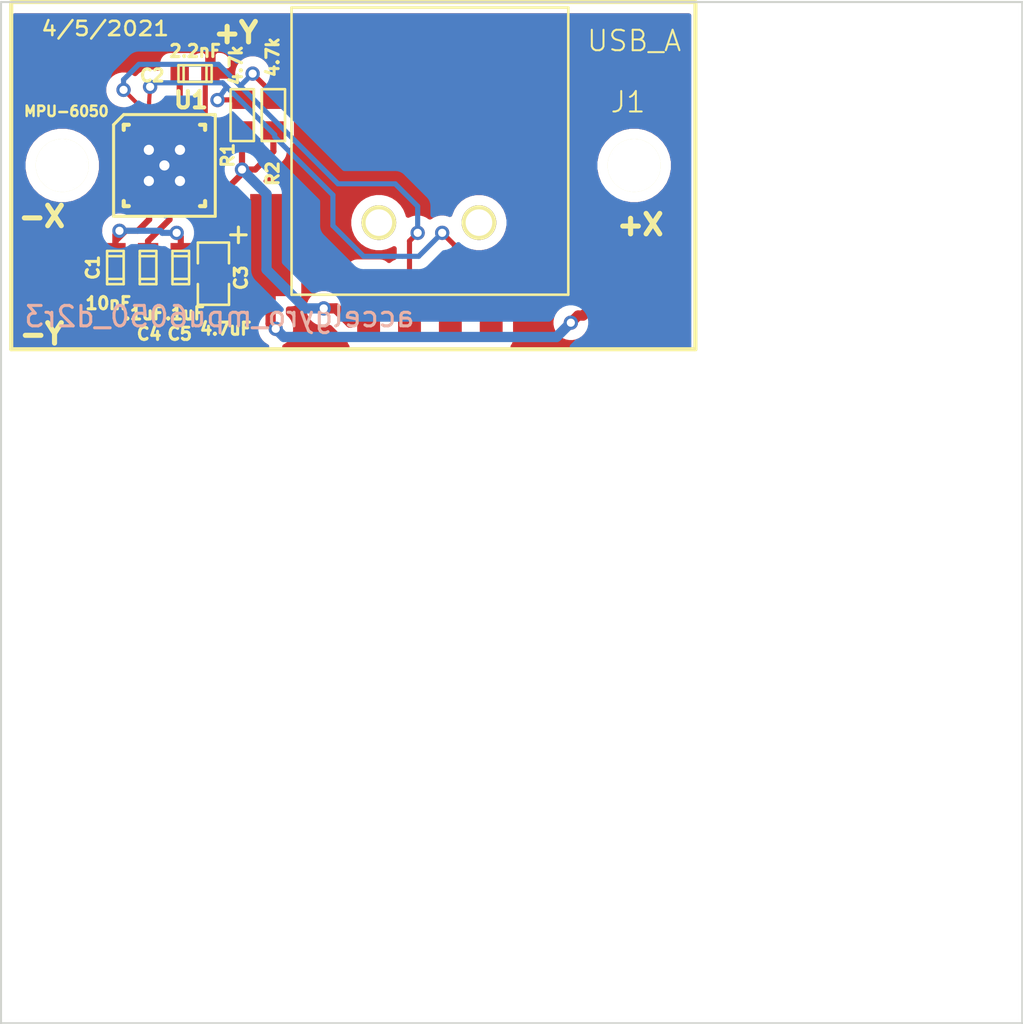
<source format=kicad_pcb>
(kicad_pcb (version 20171130) (host pcbnew 5.1.9-73d0e3b20d~88~ubuntu18.04.1)

  (general
    (thickness 1.6)
    (drawings 14)
    (tracks 123)
    (zones 0)
    (modules 11)
    (nets 8)
  )

  (page A)
  (layers
    (0 F.Cu signal)
    (31 B.Cu signal)
    (32 B.Adhes user)
    (33 F.Adhes user)
    (34 B.Paste user)
    (35 F.Paste user)
    (36 B.SilkS user)
    (37 F.SilkS user)
    (38 B.Mask user)
    (39 F.Mask user)
    (40 Dwgs.User user)
    (41 Cmts.User user)
    (42 Eco1.User user)
    (43 Eco2.User user)
    (44 Edge.Cuts user)
  )

  (setup
    (last_trace_width 0.5)
    (user_trace_width 0.1)
    (user_trace_width 0.15)
    (user_trace_width 0.2)
    (user_trace_width 0.25)
    (user_trace_width 0.3)
    (user_trace_width 0.35)
    (user_trace_width 0.4)
    (user_trace_width 0.5)
    (user_trace_width 0.6)
    (user_trace_width 0.7)
    (user_trace_width 0.8)
    (user_trace_width 1)
    (trace_clearance 0.05)
    (zone_clearance 0.5)
    (zone_45_only no)
    (trace_min 0.1)
    (via_size 0.7)
    (via_drill 0.4)
    (via_min_size 0.7)
    (via_min_drill 0.4)
    (uvia_size 0.4)
    (uvia_drill 0.127)
    (uvias_allowed no)
    (uvia_min_size 0.4)
    (uvia_min_drill 0.127)
    (edge_width 0.1)
    (segment_width 0.2)
    (pcb_text_width 0.3)
    (pcb_text_size 1.5 1.5)
    (mod_edge_width 0.15)
    (mod_text_size 1 1)
    (mod_text_width 0.15)
    (pad_size 0.6 0.6)
    (pad_drill 0.3)
    (pad_to_mask_clearance 0)
    (aux_axis_origin 0 0)
    (visible_elements 7FFFFFFF)
    (pcbplotparams
      (layerselection 0x010fc_ffffffff)
      (usegerberextensions true)
      (usegerberattributes false)
      (usegerberadvancedattributes false)
      (creategerberjobfile false)
      (excludeedgelayer true)
      (linewidth 0.150000)
      (plotframeref false)
      (viasonmask false)
      (mode 1)
      (useauxorigin false)
      (hpglpennumber 1)
      (hpglpenspeed 20)
      (hpglpendiameter 15.000000)
      (psnegative false)
      (psa4output false)
      (plotreference true)
      (plotvalue true)
      (plotinvisibletext false)
      (padsonsilk false)
      (subtractmaskfromsilk false)
      (outputformat 1)
      (mirror false)
      (drillshape 0)
      (scaleselection 1)
      (outputdirectory "PCB/"))
  )

  (net 0 "")
  (net 1 GND)
  (net 2 SCL)
  (net 3 SDA)
  (net 4 Vdd)
  (net 5 "Net-(C2-Pad1)")
  (net 6 "Net-(C4-Pad1)")
  (net 7 "Net-(J1-Pad5)")

  (net_class Default "This is the default net class."
    (clearance 0.05)
    (trace_width 0.5)
    (via_dia 0.7)
    (via_drill 0.4)
    (uvia_dia 0.4)
    (uvia_drill 0.127)
    (add_net GND)
    (add_net "Net-(C2-Pad1)")
    (add_net "Net-(C4-Pad1)")
    (add_net "Net-(J1-Pad5)")
    (add_net SCL)
    (add_net SDA)
    (add_net Vdd)
  )

  (module ted_holes:TED_Hole_2_6mm (layer F.Cu) (tedit 0) (tstamp 539CCC63)
    (at 138 100)
    (path /5365C78C)
    (fp_text reference H1 (at -0.05 -2.425) (layer F.SilkS) hide
      (effects (font (size 1 1) (thickness 0.15)))
    )
    (fp_text value HOLE (at 0.25 2.6) (layer F.SilkS) hide
      (effects (font (size 1 1) (thickness 0.15)))
    )
    (pad "" np_thru_hole circle (at 0 0) (size 2.6 2.6) (drill 2.6) (layers *.Cu *.Mask F.SilkS))
  )

  (module ted_holes:TED_Hole_2_6mm (layer F.Cu) (tedit 0) (tstamp 539CBF88)
    (at 166 100)
    (path /539CBE67)
    (fp_text reference H2 (at -0.05 -2.425) (layer F.SilkS) hide
      (effects (font (size 1 1) (thickness 0.15)))
    )
    (fp_text value HOLE (at 0.25 2.6) (layer F.SilkS) hide
      (effects (font (size 1 1) (thickness 0.15)))
    )
    (pad "" np_thru_hole circle (at 0 0) (size 2.6 2.6) (drill 2.6) (layers *.Cu *.Mask F.SilkS))
  )

  (module ted_capacitors:TED_SM0603_C (layer F.Cu) (tedit 5BF5AC07) (tstamp 566C9EAA)
    (at 140.6 105 270)
    (descr "SMT capacitor, 0603")
    (path /52959381)
    (fp_text reference C1 (at 0 1.1 270) (layer F.SilkS)
      (effects (font (size 0.6 0.6) (thickness 0.15)))
    )
    (fp_text value 10nF (at 1.75 0.35) (layer F.SilkS)
      (effects (font (size 0.6 0.6) (thickness 0.15)))
    )
    (fp_line (start -0.8128 0.4064) (end -0.8128 -0.4064) (layer F.SilkS) (width 0.127))
    (fp_line (start 0.8128 0.4064) (end -0.8128 0.4064) (layer F.SilkS) (width 0.127))
    (fp_line (start 0.8128 -0.4064) (end 0.8128 0.4064) (layer F.SilkS) (width 0.127))
    (fp_line (start -0.8128 -0.4064) (end 0.8128 -0.4064) (layer F.SilkS) (width 0.127))
    (fp_line (start -0.5588 -0.381) (end -0.5588 0.4064) (layer F.SilkS) (width 0.127))
    (fp_line (start 0.5588 0.4064) (end 0.5588 -0.4064) (layer F.SilkS) (width 0.127))
    (pad 2 smd rect (at 0.75184 0 270) (size 0.89916 1.00076) (layers F.Cu F.Paste F.Mask)
      (net 1 GND) (clearance 0.1))
    (pad 1 smd rect (at -0.75184 0 270) (size 0.89916 1.00076) (layers F.Cu F.Paste F.Mask)
      (net 4 Vdd) (clearance 0.1))
    (model smd/capacitors/c_0603.wrl
      (at (xyz 0 0 0))
      (scale (xyz 1 1 1))
      (rotate (xyz 0 0 0))
    )
  )

  (module ted_capacitors:TED_SM0603_C (layer F.Cu) (tedit 5BF5AA08) (tstamp 566C9EB5)
    (at 144.5 95.5)
    (descr "SMT capacitor, 0603")
    (path /57C66146)
    (fp_text reference C2 (at -2.1 0.1) (layer F.SilkS)
      (effects (font (size 0.6 0.6) (thickness 0.15)))
    )
    (fp_text value 2.2nF (at 0 -1.1 180) (layer F.SilkS)
      (effects (font (size 0.6 0.6) (thickness 0.15)))
    )
    (fp_line (start -0.8128 0.4064) (end -0.8128 -0.4064) (layer F.SilkS) (width 0.127))
    (fp_line (start 0.8128 0.4064) (end -0.8128 0.4064) (layer F.SilkS) (width 0.127))
    (fp_line (start 0.8128 -0.4064) (end 0.8128 0.4064) (layer F.SilkS) (width 0.127))
    (fp_line (start -0.8128 -0.4064) (end 0.8128 -0.4064) (layer F.SilkS) (width 0.127))
    (fp_line (start -0.5588 -0.381) (end -0.5588 0.4064) (layer F.SilkS) (width 0.127))
    (fp_line (start 0.5588 0.4064) (end 0.5588 -0.4064) (layer F.SilkS) (width 0.127))
    (pad 2 smd rect (at 0.75184 0) (size 0.89916 1.00076) (layers F.Cu F.Paste F.Mask)
      (net 1 GND) (clearance 0.1))
    (pad 1 smd rect (at -0.75184 0) (size 0.89916 1.00076) (layers F.Cu F.Paste F.Mask)
      (net 5 "Net-(C2-Pad1)") (clearance 0.1))
    (model smd/capacitors/c_0603.wrl
      (at (xyz 0 0 0))
      (scale (xyz 1 1 1))
      (rotate (xyz 0 0 0))
    )
  )

  (module ted_capacitors:TED_SM0603_C (layer F.Cu) (tedit 5BF5AC1D) (tstamp 566C9EC0)
    (at 142.2 105 270)
    (descr "SMT capacitor, 0603")
    (path /52A5541B)
    (fp_text reference C4 (at 3.25 -0.05) (layer F.SilkS)
      (effects (font (size 0.6 0.6) (thickness 0.15)))
    )
    (fp_text value .1uF (at 2.25 0.2) (layer F.SilkS)
      (effects (font (size 0.6 0.6) (thickness 0.15)))
    )
    (fp_line (start -0.8128 0.4064) (end -0.8128 -0.4064) (layer F.SilkS) (width 0.127))
    (fp_line (start 0.8128 0.4064) (end -0.8128 0.4064) (layer F.SilkS) (width 0.127))
    (fp_line (start 0.8128 -0.4064) (end 0.8128 0.4064) (layer F.SilkS) (width 0.127))
    (fp_line (start -0.8128 -0.4064) (end 0.8128 -0.4064) (layer F.SilkS) (width 0.127))
    (fp_line (start -0.5588 -0.381) (end -0.5588 0.4064) (layer F.SilkS) (width 0.127))
    (fp_line (start 0.5588 0.4064) (end 0.5588 -0.4064) (layer F.SilkS) (width 0.127))
    (pad 2 smd rect (at 0.75184 0 270) (size 0.89916 1.00076) (layers F.Cu F.Paste F.Mask)
      (net 1 GND) (clearance 0.1))
    (pad 1 smd rect (at -0.75184 0 270) (size 0.89916 1.00076) (layers F.Cu F.Paste F.Mask)
      (net 6 "Net-(C4-Pad1)") (clearance 0.1))
    (model smd/capacitors/c_0603.wrl
      (at (xyz 0 0 0))
      (scale (xyz 1 1 1))
      (rotate (xyz 0 0 0))
    )
  )

  (module ted_capacitors:TED_SM0603_C (layer F.Cu) (tedit 5BF5AC1A) (tstamp 57C79B6F)
    (at 143.8 105 270)
    (descr "SMT capacitor, 0603")
    (path /57C65F54)
    (fp_text reference C5 (at 3.25 0.05) (layer F.SilkS)
      (effects (font (size 0.6 0.6) (thickness 0.15)))
    )
    (fp_text value .1uF (at 2.25 -0.2) (layer F.SilkS)
      (effects (font (size 0.6 0.6) (thickness 0.15)))
    )
    (fp_line (start -0.8128 0.4064) (end -0.8128 -0.4064) (layer F.SilkS) (width 0.127))
    (fp_line (start 0.8128 0.4064) (end -0.8128 0.4064) (layer F.SilkS) (width 0.127))
    (fp_line (start 0.8128 -0.4064) (end 0.8128 0.4064) (layer F.SilkS) (width 0.127))
    (fp_line (start -0.8128 -0.4064) (end 0.8128 -0.4064) (layer F.SilkS) (width 0.127))
    (fp_line (start -0.5588 -0.381) (end -0.5588 0.4064) (layer F.SilkS) (width 0.127))
    (fp_line (start 0.5588 0.4064) (end 0.5588 -0.4064) (layer F.SilkS) (width 0.127))
    (pad 2 smd rect (at 0.75184 0 270) (size 0.89916 1.00076) (layers F.Cu F.Paste F.Mask)
      (net 1 GND) (clearance 0.1))
    (pad 1 smd rect (at -0.75184 0 270) (size 0.89916 1.00076) (layers F.Cu F.Paste F.Mask)
      (net 4 Vdd) (clearance 0.1))
    (model smd/capacitors/c_0603.wrl
      (at (xyz 0 0 0))
      (scale (xyz 1 1 1))
      (rotate (xyz 0 0 0))
    )
  )

  (module ted_ICs:TED_QFN24+1_NO_PASTE (layer F.Cu) (tedit 5BF5AA04) (tstamp 57C79B70)
    (at 143 100)
    (path /57C65137)
    (fp_text reference U1 (at 1.3 -3.2) (layer F.SilkS)
      (effects (font (size 0.8 0.8) (thickness 0.2)))
    )
    (fp_text value MPU-6050 (at -4.8 -2.65) (layer F.SilkS)
      (effects (font (size 0.5 0.5) (thickness 0.125)))
    )
    (fp_line (start 2.4892 -2.4892) (end 2.4892 2.4892) (layer F.SilkS) (width 0.14986))
    (fp_line (start 2.4892 2.4892) (end -2.4892 2.4892) (layer F.SilkS) (width 0.14986))
    (fp_line (start 1.99136 -1.99136) (end 1.99136 -1.74244) (layer F.SilkS) (width 0.20066))
    (fp_line (start 1.74244 -1.99136) (end 1.99136 -1.99136) (layer F.SilkS) (width 0.20066))
    (fp_line (start 1.99136 1.99136) (end 1.74244 1.99136) (layer F.SilkS) (width 0.20066))
    (fp_line (start 1.99136 1.74244) (end 1.99136 1.99136) (layer F.SilkS) (width 0.20066))
    (fp_line (start -1.99136 1.99136) (end -1.99136 1.74244) (layer F.SilkS) (width 0.20066))
    (fp_line (start -1.74244 1.99136) (end -1.99136 1.99136) (layer F.SilkS) (width 0.20066))
    (fp_line (start -1.99136 -1.99136) (end -1.74244 -1.99136) (layer F.SilkS) (width 0.20066))
    (fp_line (start -1.99136 -1.74244) (end -1.99136 -1.99136) (layer F.SilkS) (width 0.20066))
    (fp_line (start -2.4892 -1.99136) (end -1.99136 -2.4892) (layer F.SilkS) (width 0.14986))
    (fp_line (start -2.4892 -1.99136) (end -2.4892 2.4892) (layer F.SilkS) (width 0.14986))
    (fp_line (start -1.99136 -2.4892) (end 2.4892 -2.4892) (layer F.SilkS) (width 0.14986))
    (pad 25 smd rect (at 0 0 270) (size 2.49936 2.49936) (layers F.Cu F.Mask)
      (net 1 GND) (zone_connect 2))
    (pad 1 smd oval (at -1.99898 -1.24968) (size 0.8001 0.24892) (layers F.Cu F.Paste F.Mask)
      (net 1 GND))
    (pad 2 smd oval (at -1.99898 -0.7493) (size 0.8001 0.24892) (layers F.Cu F.Paste F.Mask))
    (pad 3 smd oval (at -1.99898 -0.24892) (size 0.8001 0.24892) (layers F.Cu F.Paste F.Mask))
    (pad 4 smd oval (at -1.99898 0.24892) (size 0.8001 0.24892) (layers F.Cu F.Paste F.Mask))
    (pad 5 smd oval (at -1.99898 0.7493) (size 0.8001 0.24892) (layers F.Cu F.Paste F.Mask))
    (pad 6 smd oval (at -1.99898 1.24968) (size 0.8001 0.24892) (layers F.Cu F.Paste F.Mask))
    (pad 7 smd oval (at -1.24968 1.99898 90) (size 0.8001 0.24892) (layers F.Cu F.Paste F.Mask))
    (pad 8 smd oval (at -0.7493 1.99898 90) (size 0.8001 0.24892) (layers F.Cu F.Paste F.Mask)
      (net 4 Vdd))
    (pad 9 smd oval (at -0.24892 1.99898 90) (size 0.8001 0.24892) (layers F.Cu F.Paste F.Mask)
      (net 1 GND))
    (pad 10 smd oval (at 0.24892 1.99898 90) (size 0.8001 0.24892) (layers F.Cu F.Paste F.Mask)
      (net 6 "Net-(C4-Pad1)"))
    (pad 11 smd oval (at 0.7493 1.99898 90) (size 0.8001 0.24892) (layers F.Cu F.Paste F.Mask)
      (net 1 GND))
    (pad 12 smd oval (at 1.24968 1.99898 90) (size 0.8001 0.24892) (layers F.Cu F.Paste F.Mask))
    (pad 13 smd oval (at 1.99898 1.24968 180) (size 0.8001 0.24892) (layers F.Cu F.Paste F.Mask)
      (net 4 Vdd))
    (pad 14 smd oval (at 1.99898 0.7493 180) (size 0.8001 0.24892) (layers F.Cu F.Paste F.Mask))
    (pad 15 smd oval (at 1.99898 0.24892 180) (size 0.8001 0.24892) (layers F.Cu F.Paste F.Mask))
    (pad 16 smd oval (at 1.99898 -0.24892 180) (size 0.8001 0.24892) (layers F.Cu F.Paste F.Mask))
    (pad 17 smd oval (at 1.99898 -0.7493 180) (size 0.8001 0.24892) (layers F.Cu F.Paste F.Mask))
    (pad 18 smd oval (at 1.99898 -1.24968 180) (size 0.8001 0.24892) (layers F.Cu F.Paste F.Mask)
      (net 1 GND))
    (pad 19 smd oval (at 1.24968 -1.99898 270) (size 0.8001 0.24892) (layers F.Cu F.Paste F.Mask))
    (pad 20 smd oval (at 0.7493 -1.99898 270) (size 0.8001 0.24892) (layers F.Cu F.Paste F.Mask)
      (net 5 "Net-(C2-Pad1)"))
    (pad 21 smd oval (at 0.24892 -1.99898 270) (size 0.8001 0.24892) (layers F.Cu F.Paste F.Mask))
    (pad 22 smd oval (at -0.24892 -1.99898 270) (size 0.8001 0.24892) (layers F.Cu F.Paste F.Mask))
    (pad 23 smd oval (at -0.7493 -1.99898 270) (size 0.8001 0.24892) (layers F.Cu F.Paste F.Mask)
      (net 2 SCL))
    (pad 24 smd oval (at -1.24968 -1.99898 270) (size 0.8001 0.24892) (layers F.Cu F.Paste F.Mask)
      (net 3 SDA))
    (pad 25 thru_hole circle (at 0 0 270) (size 0.6 0.6) (drill 0.5) (layers *.Cu)
      (net 1 GND) (zone_connect 2))
    (pad 25 thru_hole circle (at 0.762 -0.762 270) (size 0.6 0.6) (drill 0.5) (layers *.Cu)
      (net 1 GND) (zone_connect 2))
    (pad 25 thru_hole circle (at -0.762 -0.762 270) (size 0.6 0.6) (drill 0.5) (layers *.Cu)
      (net 1 GND) (zone_connect 2))
    (pad 25 thru_hole circle (at 0.762 0.762 270) (size 0.6 0.6) (drill 0.5) (layers *.Cu)
      (net 1 GND) (zone_connect 2))
    (pad 25 thru_hole circle (at -0.762 0.762 270) (size 0.6 0.6) (drill 0.5) (layers *.Cu)
      (net 1 GND) (zone_connect 2))
    (pad 25 smd rect (at 0 0 270) (size 2.49936 2.49936) (layers B.Cu B.Mask)
      (net 1 GND) (zone_connect 2))
    (model smd/qfn24.wrl
      (at (xyz 0 0 0))
      (scale (xyz 1 1 1))
      (rotate (xyz 0 0 0))
    )
  )

  (module ted_capacitors:TED_SM2012_0805_ELEC_C (layer F.Cu) (tedit 5BF5ABDC) (tstamp 593DCF3E)
    (at 145.4 105.3 270)
    (path /54A72EF7)
    (attr smd)
    (fp_text reference C3 (at 0.2 -1.35 270) (layer F.SilkS)
      (effects (font (size 0.6 0.6) (thickness 0.15)))
    )
    (fp_text value 4.7uF (at 2.7 -0.6 180) (layer F.SilkS)
      (effects (font (size 0.6 0.6) (thickness 0.15)))
    )
    (fp_line (start 1.524 0.762) (end 0.508 0.762) (layer F.SilkS) (width 0.127))
    (fp_line (start 1.524 -0.762) (end 1.524 0.762) (layer F.SilkS) (width 0.127))
    (fp_line (start 0.508 -0.762) (end 1.524 -0.762) (layer F.SilkS) (width 0.127))
    (fp_line (start -1.524 -0.762) (end -0.508 -0.762) (layer F.SilkS) (width 0.127))
    (fp_line (start -1.524 0.762) (end -1.524 -0.762) (layer F.SilkS) (width 0.127))
    (fp_line (start -0.508 0.762) (end -1.524 0.762) (layer F.SilkS) (width 0.127))
    (fp_text user + (at -1.9 -1.15 270) (layer F.SilkS)
      (effects (font (size 1 1) (thickness 0.15)))
    )
    (pad 1 smd rect (at -0.9525 0 270) (size 0.889 1.397) (layers F.Cu F.Paste F.Mask)
      (net 4 Vdd))
    (pad 2 smd rect (at 0.9525 0 270) (size 0.889 1.397) (layers F.Cu F.Paste F.Mask)
      (net 1 GND))
    (model smd/chip_cms.wrl
      (at (xyz 0 0 0))
      (scale (xyz 0.1 0.1 0.1))
      (rotate (xyz 0 0 0))
    )
  )

  (module ted_resistors:TED_SM0603_R (layer F.Cu) (tedit 590515EF) (tstamp 6057E36C)
    (at 146.812 97.536 90)
    (descr "SMT resistor, 0603")
    (path /605EF2DE)
    (fp_text reference R1 (at -1.964 -0.712 90) (layer F.SilkS)
      (effects (font (size 0.6 0.6) (thickness 0.15)))
    )
    (fp_text value 4.7k (at 2.436 -0.312 90) (layer F.SilkS)
      (effects (font (size 0.6 0.6) (thickness 0.15)))
    )
    (fp_line (start 1.25 0.57) (end -1.25 0.57) (layer F.SilkS) (width 0.127))
    (fp_line (start -1.25 -0.57) (end 1.25 -0.57) (layer F.SilkS) (width 0.127))
    (fp_line (start 1.27 -0.57) (end 1.27 0.57) (layer F.SilkS) (width 0.127))
    (fp_line (start -1.27 -0.57) (end -1.27 0.57) (layer F.SilkS) (width 0.127))
    (pad 2 smd rect (at 0.75184 0 90) (size 0.89916 1.00076) (layers F.Cu F.Paste F.Mask)
      (net 2 SCL) (clearance 0.1))
    (pad 1 smd rect (at -0.75184 0 90) (size 0.89916 1.00076) (layers F.Cu F.Paste F.Mask)
      (net 4 Vdd) (clearance 0.1))
    (model smd/capacitors/c_0603.wrl
      (at (xyz 0 0 0))
      (scale (xyz 1 1 1))
      (rotate (xyz 0 0 0))
    )
  )

  (module ted_resistors:TED_SM0603_R (layer F.Cu) (tedit 590515EF) (tstamp 6057E376)
    (at 148.336 97.536 90)
    (descr "SMT resistor, 0603")
    (path /605F0043)
    (fp_text reference R2 (at -2.864 -0.036 90) (layer F.SilkS)
      (effects (font (size 0.6 0.6) (thickness 0.15)))
    )
    (fp_text value 4.7k (at 2.836 -0.036 90) (layer F.SilkS)
      (effects (font (size 0.6 0.6) (thickness 0.15)))
    )
    (fp_line (start -1.27 -0.57) (end -1.27 0.57) (layer F.SilkS) (width 0.127))
    (fp_line (start 1.27 -0.57) (end 1.27 0.57) (layer F.SilkS) (width 0.127))
    (fp_line (start -1.25 -0.57) (end 1.25 -0.57) (layer F.SilkS) (width 0.127))
    (fp_line (start 1.25 0.57) (end -1.25 0.57) (layer F.SilkS) (width 0.127))
    (pad 1 smd rect (at -0.75184 0 90) (size 0.89916 1.00076) (layers F.Cu F.Paste F.Mask)
      (net 4 Vdd) (clearance 0.1))
    (pad 2 smd rect (at 0.75184 0 90) (size 0.89916 1.00076) (layers F.Cu F.Paste F.Mask)
      (net 3 SDA) (clearance 0.1))
    (model smd/capacitors/c_0603.wrl
      (at (xyz 0 0 0))
      (scale (xyz 1 1 1))
      (rotate (xyz 0 0 0))
    )
  )

  (module ted_connectors:TED_USB_A_SMD_REVERSED (layer F.Cu) (tedit 606BDBF7) (tstamp 606BE44C)
    (at 156 99.3 180)
    (path /60286078)
    (fp_text reference J1 (at -9.7 2.4) (layer F.SilkS)
      (effects (font (size 1.00076 1.00076) (thickness 0.09906)))
    )
    (fp_text value USB_A (at -10 5.4) (layer F.SilkS)
      (effects (font (size 1.00076 1.00076) (thickness 0.09906)))
    )
    (fp_line (start -6.775 -7.03) (end 6.775 -7.03) (layer F.SilkS) (width 0.127))
    (fp_line (start 6.775 -7.03) (end 6.775 7.03) (layer F.SilkS) (width 0.127))
    (fp_line (start 6.775 7.03) (end -6.775 7.03) (layer F.SilkS) (width 0.127))
    (fp_line (start -6.775 -7.03) (end -6.775 7.03) (layer F.SilkS) (width 0.127))
    (pad "" np_thru_hole circle (at -2.4 -3.5 180) (size 1.7 1.7) (drill 1.3) (layers *.Cu *.Mask F.SilkS))
    (pad 2 smd rect (at 1 -7.5 180) (size 1.12 3.39) (layers F.Cu F.Paste F.Mask)
      (net 3 SDA))
    (pad 3 smd rect (at -1 -7.5 180) (size 1.12 3.39) (layers F.Cu F.Paste F.Mask)
      (net 2 SCL))
    (pad 4 smd rect (at -3 -7.5 180) (size 1.12 3.39) (layers F.Cu F.Paste F.Mask)
      (net 1 GND))
    (pad 1 smd rect (at 3 -7.5 180) (size 1.12 3.39) (layers F.Cu F.Paste F.Mask)
      (net 4 Vdd))
    (pad "" np_thru_hole circle (at 2.5 -3.5 180) (size 1.7 1.7) (drill 1.3) (layers *.Cu *.Mask F.SilkS))
    (pad 5 smd rect (at -7.8 -4.6 180) (size 2 5) (layers F.Cu F.Paste F.Mask)
      (net 7 "Net-(J1-Pad5)"))
    (pad 5 smd rect (at 7.8 -4.6 180) (size 2 5) (layers F.Cu F.Paste F.Mask)
      (net 7 "Net-(J1-Pad5)"))
  )

  (gr_text +Y (at 146.5 93.5) (layer F.SilkS) (tstamp 5BF5AB46)
    (effects (font (size 1 1) (thickness 0.25)))
  )
  (gr_line (start 169 92) (end 135.5 92) (angle 90) (layer F.SilkS) (width 0.2))
  (gr_line (start 169 109) (end 169 92) (angle 90) (layer F.SilkS) (width 0.2))
  (gr_line (start 135.5 109) (end 169 109) (angle 90) (layer F.SilkS) (width 0.2))
  (gr_line (start 135.5 92) (end 135.5 109) (angle 90) (layer F.SilkS) (width 0.2))
  (gr_line (start 135 142) (end 185 142) (angle 90) (layer Edge.Cuts) (width 0.1))
  (gr_line (start 185 92) (end 185 142) (angle 90) (layer Edge.Cuts) (width 0.1))
  (gr_line (start 135 92) (end 185 92) (angle 90) (layer Edge.Cuts) (width 0.1))
  (gr_line (start 135 92) (end 135 142) (angle 90) (layer Edge.Cuts) (width 0.1))
  (gr_text 4/5/2021 (at 140.1 93.3) (layer F.SilkS)
    (effects (font (size 0.7 0.8) (thickness 0.125)))
  )
  (gr_text -X (at 137 102.5) (layer F.SilkS)
    (effects (font (size 1 1) (thickness 0.25)))
  )
  (gr_text +X (at 166.3 102.9) (layer F.SilkS)
    (effects (font (size 1 1) (thickness 0.25)))
  )
  (gr_text -Y (at 137 108.25) (layer F.SilkS)
    (effects (font (size 1 1) (thickness 0.25)))
  )
  (gr_text accelgyro_mpu6050_d2r3 (at 145.7 107.4) (layer B.SilkS)
    (effects (font (size 1 1) (thickness 0.15)) (justify mirror))
  )

  (segment (start 144.24968 98.75032) (end 143 100) (width 0.3) (layer F.Cu) (net 1) (tstamp 5BF5A8A7) (status 30))
  (segment (start 141.75032 98.75032) (end 143 100) (width 0.3) (layer F.Cu) (net 1) (tstamp 5BF5A8A4) (status 30))
  (segment (start 143.14925 100) (end 143 100) (width 0.2) (layer F.Cu) (net 1) (status 30))
  (segment (start 144.39893 98.75032) (end 143.14925 100) (width 0.2) (layer F.Cu) (net 1) (status 20))
  (segment (start 144.99898 98.75032) (end 144.39893 98.75032) (width 0.2) (layer F.Cu) (net 1) (status 10))
  (segment (start 141.75032 98.75032) (end 142.238 99.238) (width 0.2) (layer F.Cu) (net 1) (status 30))
  (segment (start 141.00102 98.75032) (end 141.75032 98.75032) (width 0.2) (layer F.Cu) (net 1) (status 30))
  (segment (start 142.75108 100.24892) (end 143 100) (width 0.2) (layer F.Cu) (net 1) (status 30))
  (segment (start 142.75108 101.99898) (end 142.75108 100.24892) (width 0.2) (layer F.Cu) (net 1) (status 30))
  (segment (start 143.7493 100.7493) (end 143 100) (width 0.2) (layer F.Cu) (net 1) (status 30))
  (segment (start 143.7493 101.99898) (end 143.7493 100.7493) (width 0.2) (layer F.Cu) (net 1) (status 30))
  (segment (start 145.4 107.197) (end 145.4 106.2525) (width 0.5) (layer F.Cu) (net 1) (status 20))
  (segment (start 145.4 107.197) (end 145.147 107.45) (width 0.5) (layer F.Cu) (net 1))
  (segment (start 143.8 107.2) (end 143.8 105.75184) (width 0.5) (layer F.Cu) (net 1) (status 20))
  (segment (start 144.05 107.45) (end 143.8 107.2) (width 0.5) (layer F.Cu) (net 1))
  (segment (start 144.55 107.45) (end 144.05 107.45) (width 0.5) (layer F.Cu) (net 1))
  (segment (start 145.147 107.45) (end 144.55 107.45) (width 0.5) (layer F.Cu) (net 1))
  (segment (start 142.2 107.2) (end 142.2 105.75184) (width 0.5) (layer F.Cu) (net 1) (status 20))
  (segment (start 142.45 107.45) (end 142.2 107.2) (width 0.5) (layer F.Cu) (net 1))
  (segment (start 143.3 107.45) (end 142.45 107.45) (width 0.5) (layer F.Cu) (net 1))
  (segment (start 143.3 107.45) (end 141.25 107.45) (width 0.5) (layer F.Cu) (net 1))
  (segment (start 144.55 107.45) (end 143.3 107.45) (width 0.5) (layer F.Cu) (net 1))
  (segment (start 140.6 106.8) (end 140.6 105.75184) (width 0.5) (layer F.Cu) (net 1) (status 20))
  (segment (start 141.25 107.45) (end 140.6 106.8) (width 0.5) (layer F.Cu) (net 1))
  (segment (start 144.99898 95.75286) (end 145.25184 95.5) (width 0.25) (layer F.Cu) (net 1) (status 30))
  (segment (start 144.99898 98.75032) (end 144.99898 95.75286) (width 0.25) (layer F.Cu) (net 1) (status 30))
  (segment (start 141.00102 98.75032) (end 140.15032 98.75032) (width 0.25) (layer F.Cu) (net 1) (status 10))
  (segment (start 142.3 96.15) (end 142.2507 96.8993) (width 0.2) (layer F.Cu) (net 2))
  (segment (start 142.2507 96.8993) (end 142.2507 98.00102) (width 0.2) (layer F.Cu) (net 2) (status 20))
  (via (at 142.3 96.15) (size 0.7) (drill 0.4) (layers F.Cu B.Cu) (net 2))
  (segment (start 146.05 96.15) (end 145.854 95.954) (width 0.25) (layer B.Cu) (net 2))
  (segment (start 145.6 96.8) (end 146.05 96.15) (width 0.25) (layer B.Cu) (net 2))
  (segment (start 146.31416 96.78416) (end 146.812 96.78416) (width 0.25) (layer F.Cu) (net 2) (status 30))
  (via (at 145.6 96.8) (size 0.7) (drill 0.4) (layers F.Cu B.Cu) (net 2))
  (segment (start 145.6 96.8) (end 146.31416 96.78416) (width 0.25) (layer F.Cu) (net 2) (status 20))
  (segment (start 142.496 95.954) (end 142.3 96.15) (width 0.25) (layer B.Cu) (net 2))
  (segment (start 145.854 95.954) (end 142.496 95.954) (width 0.25) (layer B.Cu) (net 2))
  (segment (start 145.854 95.954) (end 148.4 98.5) (width 0.25) (layer B.Cu) (net 2))
  (segment (start 148.4 98.5) (end 148.4 98.6) (width 0.25) (layer B.Cu) (net 2))
  (segment (start 151.25 101.45) (end 151.25 102.95) (width 0.25) (layer B.Cu) (net 2))
  (segment (start 148.4 98.6) (end 151.25 101.45) (width 0.25) (layer B.Cu) (net 2))
  (segment (start 151.25 102.95) (end 152.75 104.45) (width 0.25) (layer B.Cu) (net 2))
  (via (at 156.6 103.3) (size 0.7) (drill 0.4) (layers F.Cu B.Cu) (net 2))
  (segment (start 155.45 104.45) (end 154.65 104.45) (width 0.25) (layer B.Cu) (net 2))
  (segment (start 156.6 103.3) (end 155.45 104.45) (width 0.25) (layer B.Cu) (net 2))
  (segment (start 152.75 104.45) (end 154.65 104.45) (width 0.25) (layer B.Cu) (net 2))
  (segment (start 156.6 103.3) (end 157.2 103.9) (width 0.25) (layer F.Cu) (net 2))
  (segment (start 157.2 106.6) (end 157 106.8) (width 0.25) (layer F.Cu) (net 2))
  (segment (start 157.2 103.9) (end 157.2 106.6) (width 0.25) (layer F.Cu) (net 2))
  (via (at 141 96.3) (size 0.7) (drill 0.4) (layers F.Cu B.Cu) (net 3))
  (segment (start 141.75032 97.05032) (end 141.75032 98.00102) (width 0.2) (layer F.Cu) (net 3) (status 20))
  (segment (start 141 96.3) (end 141.75032 97.05032) (width 0.2) (layer F.Cu) (net 3))
  (via (at 147.32 95.504) (size 0.7) (drill 0.4) (layers F.Cu B.Cu) (net 3))
  (segment (start 148.336 96.78416) (end 148.336 96.52) (width 0.25) (layer F.Cu) (net 3) (status 30))
  (segment (start 148.336 96.52) (end 147.32 95.504) (width 0.25) (layer F.Cu) (net 3) (status 10))
  (segment (start 147.32 95.504) (end 146.712 96.112) (width 0.25) (layer B.Cu) (net 3))
  (segment (start 146.712 96.112) (end 145.65 95.05) (width 0.2) (layer B.Cu) (net 3))
  (segment (start 141 95.8) (end 141.75 95.05) (width 0.25) (layer B.Cu) (net 3))
  (segment (start 141 96.3) (end 141 95.8) (width 0.25) (layer B.Cu) (net 3))
  (segment (start 141.75 95.05) (end 145.65 95.05) (width 0.25) (layer B.Cu) (net 3))
  (segment (start 145.65 95.05) (end 148.65 98.05) (width 0.25) (layer B.Cu) (net 3))
  (segment (start 148.65 98.05) (end 146.712 96.112) (width 0.2) (layer B.Cu) (net 3))
  (segment (start 155 106.8) (end 155 103.7) (width 0.25) (layer F.Cu) (net 3))
  (via (at 155.4 103.3) (size 0.7) (drill 0.4) (layers F.Cu B.Cu) (net 3))
  (segment (start 155 103.7) (end 155.4 103.3) (width 0.25) (layer F.Cu) (net 3))
  (segment (start 155.4 103.3) (end 155.4 102) (width 0.25) (layer B.Cu) (net 3))
  (segment (start 155.4 102) (end 154.3 100.9) (width 0.25) (layer B.Cu) (net 3))
  (segment (start 151.5 100.9) (end 152.6 100.9) (width 0.25) (layer B.Cu) (net 3))
  (segment (start 148.65 98.05) (end 151.5 100.9) (width 0.25) (layer B.Cu) (net 3))
  (segment (start 154.3 100.9) (end 152.6 100.9) (width 0.25) (layer B.Cu) (net 3))
  (via (at 146.8 100.2) (size 0.7) (drill 0.4) (layers F.Cu B.Cu) (net 4))
  (segment (start 140.6 104.24816) (end 140.6 103.4) (width 0.3) (layer F.Cu) (net 4) (status 10))
  (segment (start 143.8 103.5) (end 143.8 104.24816) (width 0.3) (layer F.Cu) (net 4) (tstamp 5BF5A983) (status 20))
  (segment (start 143.6 103.3) (end 143.8 103.5) (width 0.3) (layer F.Cu) (net 4) (tstamp 5BF5A982))
  (via (at 143.6 103.3) (size 0.7) (drill 0.4) (layers F.Cu B.Cu) (net 4))
  (segment (start 142.9 103.3) (end 143.6 103.3) (width 0.3) (layer B.Cu) (net 4) (tstamp 5BF5A980))
  (segment (start 142.8 103.2) (end 142.9 103.3) (width 0.3) (layer B.Cu) (net 4) (tstamp 5BF5A97F))
  (segment (start 140.8 103.2) (end 142.8 103.2) (width 0.3) (layer B.Cu) (net 4) (tstamp 5BF5A97E))
  (via (at 140.8 103.2) (size 0.7) (drill 0.4) (layers F.Cu B.Cu) (net 4))
  (segment (start 140.6 103.4) (end 140.8 103.2) (width 0.3) (layer F.Cu) (net 4) (tstamp 5BF5A97C))
  (segment (start 144.99898 101.24968) (end 145.95032 101.24968) (width 0.3) (layer F.Cu) (net 4) (status 10))
  (segment (start 145.95032 101.24968) (end 146.9 100.3) (width 0.3) (layer F.Cu) (net 4) (tstamp 5BF5A897))
  (segment (start 140.6 103.7) (end 140.6 104.24816) (width 0.3) (layer F.Cu) (net 4) (tstamp 5BF5A760) (status 20))
  (segment (start 141.1 103.2) (end 140.6 103.7) (width 0.3) (layer F.Cu) (net 4) (tstamp 5BF5A75F))
  (segment (start 141.7 103.2) (end 141.1 103.2) (width 0.3) (layer F.Cu) (net 4) (tstamp 5BF5A75E))
  (segment (start 142.2507 102.6493) (end 141.7 103.2) (width 0.3) (layer F.Cu) (net 4) (tstamp 5BF5A75D))
  (segment (start 142.2507 101.99898) (end 142.2507 102.6493) (width 0.3) (layer F.Cu) (net 4) (status 10))
  (segment (start 143.89934 104.3475) (end 143.8 104.24816) (width 0.3) (layer F.Cu) (net 4) (tstamp 5BF5A756) (status 30))
  (segment (start 145.4 104.3475) (end 143.89934 104.3475) (width 0.3) (layer F.Cu) (net 4) (status 30))
  (segment (start 145.4 102.5) (end 145.4 104.3475) (width 0.3) (layer F.Cu) (net 4) (tstamp 5BF5A753) (status 20))
  (segment (start 144.99898 102.09898) (end 145.4 102.5) (width 0.3) (layer F.Cu) (net 4) (tstamp 5BF5A752))
  (segment (start 144.99898 101.24968) (end 144.99898 102.09898) (width 0.3) (layer F.Cu) (net 4) (status 10))
  (segment (start 149.9 107) (end 148 105.1) (width 0.5) (layer B.Cu) (net 4))
  (segment (start 148 101.4) (end 146.8 100.2) (width 0.5) (layer B.Cu) (net 4))
  (segment (start 148 105.1) (end 148 101.4) (width 0.5) (layer B.Cu) (net 4))
  (segment (start 146.8 98.324278) (end 146.824219 98.300059) (width 0.3) (layer F.Cu) (net 4) (status 30))
  (segment (start 146.8 100.2) (end 146.8 98.324278) (width 0.3) (layer F.Cu) (net 4) (status 20))
  (segment (start 146.8 100.2) (end 147.45 100.2) (width 0.3) (layer F.Cu) (net 4))
  (segment (start 148.336 99.314) (end 148.336 98.28784) (width 0.3) (layer F.Cu) (net 4) (status 20))
  (segment (start 147.45 100.2) (end 148.336 99.314) (width 0.3) (layer F.Cu) (net 4))
  (segment (start 153 106.8) (end 152.1 107.7) (width 0.5) (layer F.Cu) (net 4))
  (via (at 150.8 107) (size 0.7) (drill 0.4) (layers F.Cu B.Cu) (net 4))
  (segment (start 152.1 107.7) (end 151.4 107) (width 0.5) (layer F.Cu) (net 4))
  (segment (start 151.4 107) (end 150.8 107) (width 0.5) (layer F.Cu) (net 4))
  (segment (start 150.8 107) (end 149.9 107) (width 0.5) (layer B.Cu) (net 4))
  (segment (start 143.7493 95.50114) (end 143.74816 95.5) (width 0.3) (layer F.Cu) (net 5) (tstamp 5BF5A74F) (status 30))
  (segment (start 143.7493 98.00102) (end 143.7493 95.50114) (width 0.3) (layer F.Cu) (net 5) (status 30))
  (segment (start 142.2 103.7) (end 142.2 104.24816) (width 0.3) (layer F.Cu) (net 6) (tstamp 5BF5A75A) (status 20))
  (segment (start 143.24892 102.65108) (end 142.2 103.7) (width 0.3) (layer F.Cu) (net 6) (tstamp 5BF5A759))
  (segment (start 143.24892 101.99898) (end 143.24892 102.65108) (width 0.3) (layer F.Cu) (net 6) (status 10))
  (segment (start 148.2 106.9) (end 148.11001 106.98999) (width 0.5) (layer F.Cu) (net 7))
  (segment (start 148.2 103.9) (end 148.2 106.9) (width 0.5) (layer F.Cu) (net 7) (status 10))
  (via (at 148.45 108) (size 0.7) (drill 0.4) (layers F.Cu B.Cu) (net 7))
  (segment (start 148.2 106.9) (end 148.2 107.75) (width 0.5) (layer F.Cu) (net 7))
  (segment (start 148.2 107.75) (end 148.45 108) (width 0.5) (layer F.Cu) (net 7))
  (segment (start 148.45 108) (end 148.85 108.4) (width 0.5) (layer B.Cu) (net 7))
  (via (at 162.9 107.7) (size 0.7) (drill 0.4) (layers F.Cu B.Cu) (net 7))
  (segment (start 148.85 108.4) (end 162.2 108.4) (width 0.5) (layer B.Cu) (net 7))
  (segment (start 162.2 108.4) (end 162.9 107.7) (width 0.5) (layer B.Cu) (net 7))
  (segment (start 163.249999 107.350001) (end 163.500001 107.350001) (width 0.5) (layer F.Cu) (net 7))
  (segment (start 162.9 107.7) (end 163.249999 107.350001) (width 0.5) (layer F.Cu) (net 7))
  (segment (start 163.8 107.050002) (end 163.8 103.9) (width 0.5) (layer F.Cu) (net 7) (status 20))
  (segment (start 163.500001 107.350001) (end 163.8 107.050002) (width 0.5) (layer F.Cu) (net 7))

  (zone (net 1) (net_name GND) (layer B.Cu) (tstamp 60581B8B) (hatch edge 0.508)
    (connect_pads (clearance 0.5))
    (min_thickness 0.254)
    (fill yes (arc_segments 16) (thermal_gap 0.508) (thermal_bridge_width 0.508))
    (polygon
      (pts
        (xy 135.2 91.9) (xy 168.8 91.9) (xy 168.8 109) (xy 135.2 109)
      )
    )
    (filled_polygon
      (pts
        (xy 168.673 108.873) (xy 162.967265 108.873) (xy 163.212005 108.62826) (xy 163.362783 108.565806) (xy 163.522801 108.458885)
        (xy 163.658885 108.322801) (xy 163.765806 108.162783) (xy 163.839454 107.98498) (xy 163.877 107.796226) (xy 163.877 107.603774)
        (xy 163.839454 107.41502) (xy 163.765806 107.237217) (xy 163.658885 107.077199) (xy 163.522801 106.941115) (xy 163.362783 106.834194)
        (xy 163.18498 106.760546) (xy 162.996226 106.723) (xy 162.803774 106.723) (xy 162.61502 106.760546) (xy 162.437217 106.834194)
        (xy 162.277199 106.941115) (xy 162.141115 107.077199) (xy 162.034194 107.237217) (xy 161.97174 107.387995) (xy 161.836735 107.523)
        (xy 151.62557 107.523) (xy 151.665806 107.462783) (xy 151.739454 107.28498) (xy 151.777 107.096226) (xy 151.777 106.903774)
        (xy 151.739454 106.71502) (xy 151.665806 106.537217) (xy 151.558885 106.377199) (xy 151.422801 106.241115) (xy 151.262783 106.134194)
        (xy 151.08498 106.060546) (xy 150.896226 106.023) (xy 150.703774 106.023) (xy 150.51502 106.060546) (xy 150.364242 106.123)
        (xy 150.263266 106.123) (xy 148.877 104.736735) (xy 148.877 101.443069) (xy 148.881242 101.399999) (xy 148.877 101.35693)
        (xy 148.877 101.356921) (xy 148.86431 101.228078) (xy 148.814162 101.062763) (xy 148.732727 100.910408) (xy 148.623133 100.776867)
        (xy 148.589668 100.749403) (xy 147.72826 99.887995) (xy 147.665806 99.737217) (xy 147.558885 99.577199) (xy 147.422801 99.441115)
        (xy 147.262783 99.334194) (xy 147.08498 99.260546) (xy 146.896226 99.223) (xy 146.703774 99.223) (xy 146.51502 99.260546)
        (xy 146.337217 99.334194) (xy 146.177199 99.441115) (xy 146.041115 99.577199) (xy 145.934194 99.737217) (xy 145.860546 99.91502)
        (xy 145.823 100.103774) (xy 145.823 100.296226) (xy 145.860546 100.48498) (xy 145.934194 100.662783) (xy 146.041115 100.822801)
        (xy 146.177199 100.958885) (xy 146.337217 101.065806) (xy 146.487995 101.12826) (xy 147.123001 101.763266) (xy 147.123 105.05692)
        (xy 147.118757 105.1) (xy 147.127732 105.191119) (xy 147.13569 105.271921) (xy 147.185838 105.437236) (xy 147.267273 105.589591)
        (xy 147.376867 105.723133) (xy 147.410332 105.750597) (xy 148.71663 107.056896) (xy 148.546226 107.023) (xy 148.353774 107.023)
        (xy 148.16502 107.060546) (xy 147.987217 107.134194) (xy 147.827199 107.241115) (xy 147.691115 107.377199) (xy 147.584194 107.537217)
        (xy 147.510546 107.71502) (xy 147.473 107.903774) (xy 147.473 108.096226) (xy 147.510546 108.28498) (xy 147.584194 108.462783)
        (xy 147.691115 108.622801) (xy 147.827199 108.758885) (xy 147.987217 108.865806) (xy 148.004585 108.873) (xy 135.677 108.873)
        (xy 135.677 103.103774) (xy 139.823 103.103774) (xy 139.823 103.296226) (xy 139.860546 103.48498) (xy 139.934194 103.662783)
        (xy 140.041115 103.822801) (xy 140.177199 103.958885) (xy 140.337217 104.065806) (xy 140.51502 104.139454) (xy 140.703774 104.177)
        (xy 140.896226 104.177) (xy 141.08498 104.139454) (xy 141.262783 104.065806) (xy 141.39569 103.977) (xy 142.518287 103.977)
        (xy 142.601216 104.021327) (xy 142.747681 104.065757) (xy 142.861834 104.077) (xy 142.861844 104.077) (xy 142.899999 104.080758)
        (xy 142.938155 104.077) (xy 143.00431 104.077) (xy 143.137217 104.165806) (xy 143.31502 104.239454) (xy 143.503774 104.277)
        (xy 143.696226 104.277) (xy 143.88498 104.239454) (xy 144.062783 104.165806) (xy 144.222801 104.058885) (xy 144.358885 103.922801)
        (xy 144.465806 103.762783) (xy 144.539454 103.58498) (xy 144.577 103.396226) (xy 144.577 103.203774) (xy 144.539454 103.01502)
        (xy 144.465806 102.837217) (xy 144.358885 102.677199) (xy 144.222801 102.541115) (xy 144.062783 102.434194) (xy 143.88498 102.360546)
        (xy 143.696226 102.323) (xy 143.503774 102.323) (xy 143.31502 102.360546) (xy 143.137217 102.434194) (xy 143.079434 102.472803)
        (xy 142.952319 102.434243) (xy 142.838166 102.423) (xy 142.838163 102.423) (xy 142.8 102.419241) (xy 142.761837 102.423)
        (xy 141.39569 102.423) (xy 141.262783 102.334194) (xy 141.08498 102.260546) (xy 140.896226 102.223) (xy 140.703774 102.223)
        (xy 140.51502 102.260546) (xy 140.337217 102.334194) (xy 140.177199 102.441115) (xy 140.041115 102.577199) (xy 139.934194 102.737217)
        (xy 139.860546 102.91502) (xy 139.823 103.103774) (xy 135.677 103.103774) (xy 135.677 99.810207) (xy 136.073 99.810207)
        (xy 136.073 100.189793) (xy 136.147053 100.562085) (xy 136.292315 100.912777) (xy 136.503201 101.228391) (xy 136.771609 101.496799)
        (xy 137.087223 101.707685) (xy 137.437915 101.852947) (xy 137.810207 101.927) (xy 138.189793 101.927) (xy 138.562085 101.852947)
        (xy 138.912777 101.707685) (xy 139.228391 101.496799) (xy 139.496799 101.228391) (xy 139.707685 100.912777) (xy 139.852947 100.562085)
        (xy 139.927 100.189793) (xy 139.927 99.810207) (xy 139.852947 99.437915) (xy 139.707685 99.087223) (xy 139.496799 98.771609)
        (xy 139.228391 98.503201) (xy 138.912777 98.292315) (xy 138.562085 98.147053) (xy 138.189793 98.073) (xy 137.810207 98.073)
        (xy 137.437915 98.147053) (xy 137.087223 98.292315) (xy 136.771609 98.503201) (xy 136.503201 98.771609) (xy 136.292315 99.087223)
        (xy 136.147053 99.437915) (xy 136.073 99.810207) (xy 135.677 99.810207) (xy 135.677 96.203774) (xy 140.023 96.203774)
        (xy 140.023 96.396226) (xy 140.060546 96.58498) (xy 140.134194 96.762783) (xy 140.241115 96.922801) (xy 140.377199 97.058885)
        (xy 140.537217 97.165806) (xy 140.71502 97.239454) (xy 140.903774 97.277) (xy 141.096226 97.277) (xy 141.28498 97.239454)
        (xy 141.462783 97.165806) (xy 141.622801 97.058885) (xy 141.734508 96.947178) (xy 141.837217 97.015806) (xy 142.01502 97.089454)
        (xy 142.203774 97.127) (xy 142.396226 97.127) (xy 142.58498 97.089454) (xy 142.762783 97.015806) (xy 142.922801 96.908885)
        (xy 143.058885 96.772801) (xy 143.10352 96.706) (xy 144.623 96.706) (xy 144.623 96.896226) (xy 144.660546 97.08498)
        (xy 144.734194 97.262783) (xy 144.841115 97.422801) (xy 144.977199 97.558885) (xy 145.137217 97.665806) (xy 145.31502 97.739454)
        (xy 145.503774 97.777) (xy 145.696226 97.777) (xy 145.88498 97.739454) (xy 146.062783 97.665806) (xy 146.222801 97.558885)
        (xy 146.309099 97.472587) (xy 147.691518 98.855006) (xy 147.701882 98.88917) (xy 147.77171 99.01981) (xy 147.865683 99.134317)
        (xy 147.894378 99.157866) (xy 150.498 101.761488) (xy 150.498001 102.913055) (xy 150.494362 102.95) (xy 150.508882 103.097417)
        (xy 150.551882 103.239169) (xy 150.62171 103.36981) (xy 150.685401 103.447417) (xy 150.715684 103.484317) (xy 150.744375 103.507863)
        (xy 152.192137 104.955626) (xy 152.215683 104.984317) (xy 152.244374 105.007863) (xy 152.330189 105.07829) (xy 152.400017 105.115613)
        (xy 152.46083 105.148118) (xy 152.602582 105.191119) (xy 152.713062 105.202) (xy 152.713064 105.202) (xy 152.749999 105.205638)
        (xy 152.786935 105.202) (xy 155.413065 105.202) (xy 155.45 105.205638) (xy 155.486935 105.202) (xy 155.486938 105.202)
        (xy 155.597418 105.191119) (xy 155.73917 105.148118) (xy 155.86981 105.07829) (xy 155.984317 104.984317) (xy 156.007867 104.955621)
        (xy 156.686488 104.277) (xy 156.696226 104.277) (xy 156.88498 104.239454) (xy 157.062783 104.165806) (xy 157.222801 104.058885)
        (xy 157.358885 103.922801) (xy 157.388975 103.877769) (xy 157.458467 103.947261) (xy 157.700378 104.108901) (xy 157.969175 104.22024)
        (xy 158.254528 104.277) (xy 158.545472 104.277) (xy 158.830825 104.22024) (xy 159.099622 104.108901) (xy 159.341533 103.947261)
        (xy 159.547261 103.741533) (xy 159.708901 103.499622) (xy 159.82024 103.230825) (xy 159.877 102.945472) (xy 159.877 102.654528)
        (xy 159.82024 102.369175) (xy 159.708901 102.100378) (xy 159.547261 101.858467) (xy 159.341533 101.652739) (xy 159.099622 101.491099)
        (xy 158.830825 101.37976) (xy 158.545472 101.323) (xy 158.254528 101.323) (xy 157.969175 101.37976) (xy 157.700378 101.491099)
        (xy 157.458467 101.652739) (xy 157.252739 101.858467) (xy 157.091099 102.100378) (xy 156.97976 102.369175) (xy 156.974131 102.397473)
        (xy 156.88498 102.360546) (xy 156.696226 102.323) (xy 156.503774 102.323) (xy 156.31502 102.360546) (xy 156.152 102.428071)
        (xy 156.152 102.036935) (xy 156.155638 102) (xy 156.148448 101.927) (xy 156.141119 101.852582) (xy 156.098118 101.71083)
        (xy 156.02829 101.58019) (xy 155.934317 101.465683) (xy 155.905626 101.442137) (xy 154.857867 100.394379) (xy 154.834317 100.365683)
        (xy 154.71981 100.27171) (xy 154.58917 100.201882) (xy 154.447418 100.158881) (xy 154.336938 100.148) (xy 154.336935 100.148)
        (xy 154.3 100.144362) (xy 154.263065 100.148) (xy 151.811488 100.148) (xy 151.473695 99.810207) (xy 164.073 99.810207)
        (xy 164.073 100.189793) (xy 164.147053 100.562085) (xy 164.292315 100.912777) (xy 164.503201 101.228391) (xy 164.771609 101.496799)
        (xy 165.087223 101.707685) (xy 165.437915 101.852947) (xy 165.810207 101.927) (xy 166.189793 101.927) (xy 166.562085 101.852947)
        (xy 166.912777 101.707685) (xy 167.228391 101.496799) (xy 167.496799 101.228391) (xy 167.707685 100.912777) (xy 167.852947 100.562085)
        (xy 167.927 100.189793) (xy 167.927 99.810207) (xy 167.852947 99.437915) (xy 167.707685 99.087223) (xy 167.496799 98.771609)
        (xy 167.228391 98.503201) (xy 166.912777 98.292315) (xy 166.562085 98.147053) (xy 166.189793 98.073) (xy 165.810207 98.073)
        (xy 165.437915 98.147053) (xy 165.087223 98.292315) (xy 164.771609 98.503201) (xy 164.503201 98.771609) (xy 164.292315 99.087223)
        (xy 164.147053 99.437915) (xy 164.073 99.810207) (xy 151.473695 99.810207) (xy 147.932953 96.269465) (xy 147.942801 96.262885)
        (xy 148.078885 96.126801) (xy 148.185806 95.966783) (xy 148.259454 95.78898) (xy 148.297 95.600226) (xy 148.297 95.407774)
        (xy 148.259454 95.21902) (xy 148.185806 95.041217) (xy 148.078885 94.881199) (xy 147.942801 94.745115) (xy 147.782783 94.638194)
        (xy 147.60498 94.564546) (xy 147.416226 94.527) (xy 147.223774 94.527) (xy 147.03502 94.564546) (xy 146.857217 94.638194)
        (xy 146.697199 94.745115) (xy 146.561115 94.881199) (xy 146.554535 94.891047) (xy 146.207867 94.544379) (xy 146.184317 94.515683)
        (xy 146.06981 94.42171) (xy 145.93917 94.351882) (xy 145.797418 94.308881) (xy 145.686938 94.298) (xy 145.686935 94.298)
        (xy 145.65 94.294362) (xy 145.613065 94.298) (xy 141.786935 94.298) (xy 141.749999 94.294362) (xy 141.713064 94.298)
        (xy 141.713062 94.298) (xy 141.602582 94.308881) (xy 141.46083 94.351882) (xy 141.417411 94.37509) (xy 141.330189 94.42171)
        (xy 141.244374 94.492137) (xy 141.215683 94.515683) (xy 141.192137 94.544374) (xy 140.494375 95.242137) (xy 140.465684 95.265683)
        (xy 140.37171 95.38019) (xy 140.301882 95.51083) (xy 140.258881 95.652582) (xy 140.258133 95.660181) (xy 140.241115 95.677199)
        (xy 140.134194 95.837217) (xy 140.060546 96.01502) (xy 140.023 96.203774) (xy 135.677 96.203774) (xy 135.677 92.677)
        (xy 168.673 92.677)
      )
    )
  )
  (zone (net 1) (net_name GND) (layer F.Cu) (tstamp 60581B88) (hatch edge 0.508)
    (connect_pads (clearance 0.5))
    (min_thickness 0.254)
    (fill yes (arc_segments 16) (thermal_gap 0.508) (thermal_bridge_width 0.508))
    (polygon
      (pts
        (xy 135.2 91.9) (xy 135.2 109) (xy 168.8 109) (xy 168.8 91.9)
      )
    )
    (filled_polygon
      (pts
        (xy 168.673 108.873) (xy 160.071246 108.873) (xy 160.090537 108.849494) (xy 160.149502 108.73918) (xy 160.185812 108.619482)
        (xy 160.198072 108.495) (xy 160.19613 107.603774) (xy 161.923 107.603774) (xy 161.923 107.796226) (xy 161.960546 107.98498)
        (xy 162.034194 108.162783) (xy 162.141115 108.322801) (xy 162.277199 108.458885) (xy 162.437217 108.565806) (xy 162.61502 108.639454)
        (xy 162.803774 108.677) (xy 162.996226 108.677) (xy 163.18498 108.639454) (xy 163.362783 108.565806) (xy 163.522801 108.458885)
        (xy 163.658885 108.322801) (xy 163.74649 108.191691) (xy 163.837238 108.164163) (xy 163.989593 108.082728) (xy 164.123134 107.973134)
        (xy 164.150598 107.939668) (xy 164.389665 107.700601) (xy 164.423133 107.673135) (xy 164.532727 107.539594) (xy 164.614162 107.387239)
        (xy 164.652636 107.260408) (xy 164.66431 107.221925) (xy 164.681243 107.050002) (xy 164.679276 107.030033) (xy 164.8 107.030033)
        (xy 164.922913 107.017927) (xy 165.041103 106.982075) (xy 165.150028 106.923853) (xy 165.245501 106.845501) (xy 165.323853 106.750028)
        (xy 165.382075 106.641103) (xy 165.417927 106.522913) (xy 165.430033 106.4) (xy 165.430033 101.849682) (xy 165.437915 101.852947)
        (xy 165.810207 101.927) (xy 166.189793 101.927) (xy 166.562085 101.852947) (xy 166.912777 101.707685) (xy 167.228391 101.496799)
        (xy 167.496799 101.228391) (xy 167.707685 100.912777) (xy 167.852947 100.562085) (xy 167.927 100.189793) (xy 167.927 99.810207)
        (xy 167.852947 99.437915) (xy 167.707685 99.087223) (xy 167.496799 98.771609) (xy 167.228391 98.503201) (xy 166.912777 98.292315)
        (xy 166.562085 98.147053) (xy 166.189793 98.073) (xy 165.810207 98.073) (xy 165.437915 98.147053) (xy 165.087223 98.292315)
        (xy 164.771609 98.503201) (xy 164.503201 98.771609) (xy 164.292315 99.087223) (xy 164.147053 99.437915) (xy 164.073 99.810207)
        (xy 164.073 100.189793) (xy 164.147053 100.562085) (xy 164.233161 100.769967) (xy 162.8 100.769967) (xy 162.677087 100.782073)
        (xy 162.558897 100.817925) (xy 162.449972 100.876147) (xy 162.354499 100.954499) (xy 162.276147 101.049972) (xy 162.217925 101.158897)
        (xy 162.182073 101.277087) (xy 162.169967 101.4) (xy 162.169967 106.4) (xy 162.182073 106.522913) (xy 162.217925 106.641103)
        (xy 162.276147 106.750028) (xy 162.354499 106.845501) (xy 162.384028 106.869734) (xy 162.277199 106.941115) (xy 162.141115 107.077199)
        (xy 162.034194 107.237217) (xy 161.960546 107.41502) (xy 161.923 107.603774) (xy 160.19613 107.603774) (xy 160.195 107.08575)
        (xy 160.03625 106.927) (xy 159.127 106.927) (xy 159.127 106.947) (xy 158.873 106.947) (xy 158.873 106.927)
        (xy 158.853 106.927) (xy 158.853 106.673) (xy 158.873 106.673) (xy 158.873 104.62875) (xy 159.127 104.62875)
        (xy 159.127 106.673) (xy 160.03625 106.673) (xy 160.195 106.51425) (xy 160.198072 105.105) (xy 160.185812 104.980518)
        (xy 160.149502 104.86082) (xy 160.090537 104.750506) (xy 160.011185 104.653815) (xy 159.914494 104.574463) (xy 159.80418 104.515498)
        (xy 159.684482 104.479188) (xy 159.56 104.466928) (xy 159.28575 104.47) (xy 159.127 104.62875) (xy 158.873 104.62875)
        (xy 158.71425 104.47) (xy 158.44 104.466928) (xy 158.315518 104.479188) (xy 158.19582 104.515498) (xy 158.085506 104.574463)
        (xy 157.993695 104.64981) (xy 157.952 104.615592) (xy 157.952 104.213126) (xy 157.969175 104.22024) (xy 158.254528 104.277)
        (xy 158.545472 104.277) (xy 158.830825 104.22024) (xy 159.099622 104.108901) (xy 159.341533 103.947261) (xy 159.547261 103.741533)
        (xy 159.708901 103.499622) (xy 159.82024 103.230825) (xy 159.877 102.945472) (xy 159.877 102.654528) (xy 159.82024 102.369175)
        (xy 159.708901 102.100378) (xy 159.547261 101.858467) (xy 159.341533 101.652739) (xy 159.099622 101.491099) (xy 158.830825 101.37976)
        (xy 158.545472 101.323) (xy 158.254528 101.323) (xy 157.969175 101.37976) (xy 157.700378 101.491099) (xy 157.458467 101.652739)
        (xy 157.252739 101.858467) (xy 157.091099 102.100378) (xy 156.97976 102.369175) (xy 156.974131 102.397473) (xy 156.88498 102.360546)
        (xy 156.696226 102.323) (xy 156.503774 102.323) (xy 156.31502 102.360546) (xy 156.137217 102.434194) (xy 156 102.52588)
        (xy 155.862783 102.434194) (xy 155.68498 102.360546) (xy 155.496226 102.323) (xy 155.303774 102.323) (xy 155.11502 102.360546)
        (xy 154.937217 102.434194) (xy 154.933647 102.436579) (xy 154.92024 102.369175) (xy 154.808901 102.100378) (xy 154.647261 101.858467)
        (xy 154.441533 101.652739) (xy 154.199622 101.491099) (xy 153.930825 101.37976) (xy 153.645472 101.323) (xy 153.354528 101.323)
        (xy 153.069175 101.37976) (xy 152.800378 101.491099) (xy 152.558467 101.652739) (xy 152.352739 101.858467) (xy 152.191099 102.100378)
        (xy 152.07976 102.369175) (xy 152.023 102.654528) (xy 152.023 102.945472) (xy 152.07976 103.230825) (xy 152.191099 103.499622)
        (xy 152.352739 103.741533) (xy 152.558467 103.947261) (xy 152.800378 104.108901) (xy 153.069175 104.22024) (xy 153.354528 104.277)
        (xy 153.645472 104.277) (xy 153.930825 104.22024) (xy 154.199622 104.108901) (xy 154.248001 104.076575) (xy 154.248001 104.50803)
        (xy 154.198897 104.522925) (xy 154.089972 104.581147) (xy 154 104.654984) (xy 153.910028 104.581147) (xy 153.801103 104.522925)
        (xy 153.682913 104.487073) (xy 153.56 104.474967) (xy 152.44 104.474967) (xy 152.317087 104.487073) (xy 152.198897 104.522925)
        (xy 152.089972 104.581147) (xy 151.994499 104.659499) (xy 151.916147 104.754972) (xy 151.857925 104.863897) (xy 151.822073 104.982087)
        (xy 151.809967 105.105) (xy 151.809967 106.224713) (xy 151.737237 106.185838) (xy 151.571922 106.13569) (xy 151.443079 106.123)
        (xy 151.4 106.118757) (xy 151.356921 106.123) (xy 151.235758 106.123) (xy 151.08498 106.060546) (xy 150.896226 106.023)
        (xy 150.703774 106.023) (xy 150.51502 106.060546) (xy 150.337217 106.134194) (xy 150.177199 106.241115) (xy 150.041115 106.377199)
        (xy 149.934194 106.537217) (xy 149.860546 106.71502) (xy 149.823 106.903774) (xy 149.823 107.096226) (xy 149.860546 107.28498)
        (xy 149.934194 107.462783) (xy 150.041115 107.622801) (xy 150.177199 107.758885) (xy 150.337217 107.865806) (xy 150.51502 107.939454)
        (xy 150.703774 107.977) (xy 150.896226 107.977) (xy 151.08498 107.939454) (xy 151.095027 107.935292) (xy 151.449412 108.289677)
        (xy 151.476868 108.323132) (xy 151.510323 108.350588) (xy 151.510328 108.350593) (xy 151.610407 108.432726) (xy 151.703953 108.482727)
        (xy 151.762764 108.514162) (xy 151.813366 108.529512) (xy 151.822073 108.617913) (xy 151.857925 108.736103) (xy 151.916147 108.845028)
        (xy 151.939103 108.873) (xy 148.895415 108.873) (xy 148.912783 108.865806) (xy 149.072801 108.758885) (xy 149.208885 108.622801)
        (xy 149.315806 108.462783) (xy 149.389454 108.28498) (xy 149.427 108.096226) (xy 149.427 107.903774) (xy 149.389454 107.71502)
        (xy 149.315806 107.537217) (xy 149.208885 107.377199) (xy 149.077 107.245314) (xy 149.077 107.030033) (xy 149.2 107.030033)
        (xy 149.322913 107.017927) (xy 149.441103 106.982075) (xy 149.550028 106.923853) (xy 149.645501 106.845501) (xy 149.723853 106.750028)
        (xy 149.782075 106.641103) (xy 149.817927 106.522913) (xy 149.830033 106.4) (xy 149.830033 101.4) (xy 149.817927 101.277087)
        (xy 149.782075 101.158897) (xy 149.723853 101.049972) (xy 149.645501 100.954499) (xy 149.550028 100.876147) (xy 149.441103 100.817925)
        (xy 149.322913 100.782073) (xy 149.2 100.769967) (xy 147.980284 100.769967) (xy 148.00208 100.75208) (xy 148.026412 100.722431)
        (xy 148.858437 99.890407) (xy 148.88808 99.86608) (xy 148.912409 99.836435) (xy 148.985177 99.747767) (xy 149.057327 99.612784)
        (xy 149.060062 99.603768) (xy 149.101757 99.466319) (xy 149.113 99.352166) (xy 149.113 99.352157) (xy 149.116758 99.314001)
        (xy 149.115308 99.299277) (xy 149.186408 99.261273) (xy 149.281881 99.182921) (xy 149.360233 99.087448) (xy 149.418455 98.978523)
        (xy 149.454307 98.860333) (xy 149.466413 98.73742) (xy 149.466413 97.83826) (xy 149.454307 97.715347) (xy 149.418455 97.597157)
        (xy 149.385766 97.536) (xy 149.418455 97.474843) (xy 149.454307 97.356653) (xy 149.466413 97.23374) (xy 149.466413 96.33458)
        (xy 149.454307 96.211667) (xy 149.418455 96.093477) (xy 149.360233 95.984552) (xy 149.281881 95.889079) (xy 149.186408 95.810727)
        (xy 149.077483 95.752505) (xy 148.959293 95.716653) (xy 148.83638 95.704547) (xy 148.584036 95.704547) (xy 148.297 95.417512)
        (xy 148.297 95.407774) (xy 148.259454 95.21902) (xy 148.185806 95.041217) (xy 148.078885 94.881199) (xy 147.942801 94.745115)
        (xy 147.782783 94.638194) (xy 147.60498 94.564546) (xy 147.416226 94.527) (xy 147.223774 94.527) (xy 147.03502 94.564546)
        (xy 146.857217 94.638194) (xy 146.697199 94.745115) (xy 146.561115 94.881199) (xy 146.454194 95.041217) (xy 146.380546 95.21902)
        (xy 146.343 95.407774) (xy 146.343 95.600226) (xy 146.363751 95.704547) (xy 146.31162 95.704547) (xy 146.260274 95.709604)
        (xy 146.17767 95.627) (xy 145.37884 95.627) (xy 145.37884 95.647) (xy 145.12484 95.647) (xy 145.12484 95.627)
        (xy 145.10484 95.627) (xy 145.10484 95.373) (xy 145.12484 95.373) (xy 145.12484 94.52337) (xy 145.37884 94.52337)
        (xy 145.37884 95.373) (xy 146.17767 95.373) (xy 146.33642 95.21425) (xy 146.339492 94.99962) (xy 146.327232 94.875138)
        (xy 146.290922 94.75544) (xy 146.231957 94.645126) (xy 146.152605 94.548435) (xy 146.055914 94.469083) (xy 145.9456 94.410118)
        (xy 145.825902 94.373808) (xy 145.70142 94.361548) (xy 145.53759 94.36462) (xy 145.37884 94.52337) (xy 145.12484 94.52337)
        (xy 144.96609 94.36462) (xy 144.80226 94.361548) (xy 144.677778 94.373808) (xy 144.55808 94.410118) (xy 144.491514 94.445699)
        (xy 144.438843 94.417545) (xy 144.320653 94.381693) (xy 144.19774 94.369587) (xy 143.29858 94.369587) (xy 143.175667 94.381693)
        (xy 143.057477 94.417545) (xy 142.948552 94.475767) (xy 142.853079 94.554119) (xy 142.774727 94.649592) (xy 142.716505 94.758517)
        (xy 142.680653 94.876707) (xy 142.668547 94.99962) (xy 142.668547 95.24516) (xy 142.58498 95.210546) (xy 142.396226 95.173)
        (xy 142.203774 95.173) (xy 142.01502 95.210546) (xy 141.837217 95.284194) (xy 141.677199 95.391115) (xy 141.565492 95.502822)
        (xy 141.462783 95.434194) (xy 141.28498 95.360546) (xy 141.096226 95.323) (xy 140.903774 95.323) (xy 140.71502 95.360546)
        (xy 140.537217 95.434194) (xy 140.377199 95.541115) (xy 140.241115 95.677199) (xy 140.134194 95.837217) (xy 140.060546 96.01502)
        (xy 140.023 96.203774) (xy 140.023 96.396226) (xy 140.060546 96.58498) (xy 140.134194 96.762783) (xy 140.241115 96.922801)
        (xy 140.377199 97.058885) (xy 140.537217 97.165806) (xy 140.71502 97.239454) (xy 140.903774 97.277) (xy 140.948867 97.277)
        (xy 141.02332 97.351454) (xy 141.023321 97.533329) (xy 141.009734 97.578118) (xy 140.99886 97.688523) (xy 140.99886 97.99086)
        (xy 140.59843 97.99086) (xy 140.452707 98.030229) (xy 140.317465 98.097271) (xy 140.1979 98.189409) (xy 140.098608 98.303103)
        (xy 140.023405 98.433983) (xy 139.97532 98.631514) (xy 140.12472 98.75032) (xy 139.97532 98.869126) (xy 140.011198 99.016511)
        (xy 139.984844 99.103388) (xy 139.970335 99.2507) (xy 139.984844 99.398012) (xy 140.016052 99.50089) (xy 139.984844 99.603768)
        (xy 139.970335 99.75108) (xy 139.984844 99.898392) (xy 140.015666 100) (xy 139.984844 100.101608) (xy 139.970335 100.24892)
        (xy 139.984844 100.396232) (xy 140.016052 100.49911) (xy 139.984844 100.601988) (xy 139.970335 100.7493) (xy 139.984844 100.896612)
        (xy 140.016052 100.99949) (xy 139.984844 101.102368) (xy 139.970335 101.24968) (xy 139.984844 101.396992) (xy 140.027813 101.538642)
        (xy 140.097591 101.669188) (xy 140.191497 101.783613) (xy 140.305922 101.877519) (xy 140.436468 101.947297) (xy 140.578118 101.990266)
        (xy 140.688523 102.00114) (xy 140.99886 102.00114) (xy 140.99886 102.243415) (xy 140.896226 102.223) (xy 140.703774 102.223)
        (xy 140.51502 102.260546) (xy 140.337217 102.334194) (xy 140.177199 102.441115) (xy 140.041115 102.577199) (xy 139.934194 102.737217)
        (xy 139.860546 102.91502) (xy 139.823 103.103774) (xy 139.823 103.235489) (xy 139.749592 103.274727) (xy 139.654119 103.353079)
        (xy 139.575767 103.448552) (xy 139.517545 103.557477) (xy 139.481693 103.675667) (xy 139.469587 103.79858) (xy 139.469587 104.69774)
        (xy 139.481693 104.820653) (xy 139.517545 104.938843) (xy 139.545699 104.991514) (xy 139.510118 105.05808) (xy 139.473808 105.177778)
        (xy 139.461548 105.30226) (xy 139.46462 105.46609) (xy 139.62337 105.62484) (xy 140.473 105.62484) (xy 140.473 105.60484)
        (xy 140.727 105.60484) (xy 140.727 105.62484) (xy 142.073 105.62484) (xy 142.073 105.60484) (xy 142.327 105.60484)
        (xy 142.327 105.62484) (xy 143.673 105.62484) (xy 143.673 105.60484) (xy 143.927 105.60484) (xy 143.927 105.62484)
        (xy 143.947 105.62484) (xy 143.947 105.87884) (xy 143.927 105.87884) (xy 143.927 106.67767) (xy 144.077811 106.828481)
        (xy 144.111998 106.94118) (xy 144.170963 107.051494) (xy 144.250315 107.148185) (xy 144.347006 107.227537) (xy 144.45732 107.286502)
        (xy 144.577018 107.322812) (xy 144.7015 107.335072) (xy 145.11425 107.332) (xy 145.273 107.17325) (xy 145.273 106.3795)
        (xy 145.253 106.3795) (xy 145.253 106.1255) (xy 145.273 106.1255) (xy 145.273 106.1055) (xy 145.527 106.1055)
        (xy 145.527 106.1255) (xy 145.547 106.1255) (xy 145.547 106.3795) (xy 145.527 106.3795) (xy 145.527 107.17325)
        (xy 145.68575 107.332) (xy 146.0985 107.335072) (xy 146.222982 107.322812) (xy 146.34268 107.286502) (xy 146.452994 107.227537)
        (xy 146.549685 107.148185) (xy 146.629037 107.051494) (xy 146.688002 106.94118) (xy 146.724312 106.821482) (xy 146.725434 106.810085)
        (xy 146.754499 106.845501) (xy 146.849972 106.923853) (xy 146.958897 106.982075) (xy 147.077087 107.017927) (xy 147.2 107.030033)
        (xy 147.232711 107.030033) (xy 147.2457 107.161912) (xy 147.295848 107.327226) (xy 147.323 107.378024) (xy 147.323 107.706921)
        (xy 147.318757 107.75) (xy 147.33569 107.921922) (xy 147.385838 108.087236) (xy 147.467274 108.239592) (xy 147.516684 108.299799)
        (xy 147.584194 108.462783) (xy 147.691115 108.622801) (xy 147.827199 108.758885) (xy 147.987217 108.865806) (xy 148.004585 108.873)
        (xy 135.677 108.873) (xy 135.677 106.20142) (xy 139.461548 106.20142) (xy 139.473808 106.325902) (xy 139.510118 106.4456)
        (xy 139.569083 106.555914) (xy 139.648435 106.652605) (xy 139.745126 106.731957) (xy 139.85544 106.790922) (xy 139.975138 106.827232)
        (xy 140.09962 106.839492) (xy 140.31425 106.83642) (xy 140.473 106.67767) (xy 140.473 105.87884) (xy 140.727 105.87884)
        (xy 140.727 106.67767) (xy 140.88575 106.83642) (xy 141.10038 106.839492) (xy 141.224862 106.827232) (xy 141.34456 106.790922)
        (xy 141.4 106.761288) (xy 141.45544 106.790922) (xy 141.575138 106.827232) (xy 141.69962 106.839492) (xy 141.91425 106.83642)
        (xy 142.073 106.67767) (xy 142.073 105.87884) (xy 142.327 105.87884) (xy 142.327 106.67767) (xy 142.48575 106.83642)
        (xy 142.70038 106.839492) (xy 142.824862 106.827232) (xy 142.94456 106.790922) (xy 143 106.761288) (xy 143.05544 106.790922)
        (xy 143.175138 106.827232) (xy 143.29962 106.839492) (xy 143.51425 106.83642) (xy 143.673 106.67767) (xy 143.673 105.87884)
        (xy 142.327 105.87884) (xy 142.073 105.87884) (xy 140.727 105.87884) (xy 140.473 105.87884) (xy 139.62337 105.87884)
        (xy 139.46462 106.03759) (xy 139.461548 106.20142) (xy 135.677 106.20142) (xy 135.677 99.810207) (xy 136.073 99.810207)
        (xy 136.073 100.189793) (xy 136.147053 100.562085) (xy 136.292315 100.912777) (xy 136.503201 101.228391) (xy 136.771609 101.496799)
        (xy 137.087223 101.707685) (xy 137.437915 101.852947) (xy 137.810207 101.927) (xy 138.189793 101.927) (xy 138.562085 101.852947)
        (xy 138.912777 101.707685) (xy 139.228391 101.496799) (xy 139.496799 101.228391) (xy 139.707685 100.912777) (xy 139.852947 100.562085)
        (xy 139.927 100.189793) (xy 139.927 99.810207) (xy 139.852947 99.437915) (xy 139.707685 99.087223) (xy 139.496799 98.771609)
        (xy 139.228391 98.503201) (xy 138.912777 98.292315) (xy 138.562085 98.147053) (xy 138.189793 98.073) (xy 137.810207 98.073)
        (xy 137.437915 98.147053) (xy 137.087223 98.292315) (xy 136.771609 98.503201) (xy 136.503201 98.771609) (xy 136.292315 99.087223)
        (xy 136.147053 99.437915) (xy 136.073 99.810207) (xy 135.677 99.810207) (xy 135.677 92.677) (xy 168.673 92.677)
      )
    )
    (filled_polygon
      (pts
        (xy 144.001906 98.986721) (xy 144.009158 99.016511) (xy 143.982804 99.103388) (xy 143.968295 99.2507) (xy 143.982804 99.398012)
        (xy 144.014012 99.50089) (xy 143.982804 99.603768) (xy 143.968295 99.75108) (xy 143.982804 99.898392) (xy 144.013626 100)
        (xy 143.982804 100.101608) (xy 143.968295 100.24892) (xy 143.982804 100.396232) (xy 144.014012 100.49911) (xy 143.982804 100.601988)
        (xy 143.968295 100.7493) (xy 143.982804 100.896612) (xy 144.014012 100.99949) (xy 144.011382 101.008158) (xy 143.868106 100.97328)
        (xy 143.7493 101.12268) (xy 143.630494 100.97328) (xy 143.483109 101.009158) (xy 143.396231 100.982804) (xy 143.24892 100.968295)
        (xy 143.101608 100.982804) (xy 143.015862 101.008815) (xy 142.869886 100.97328) (xy 142.75108 101.12268) (xy 142.632274 100.97328)
        (xy 142.484889 101.009158) (xy 142.398011 100.982804) (xy 142.2507 100.968295) (xy 142.103388 100.982804) (xy 142.00051 101.014012)
        (xy 141.989368 101.010632) (xy 141.985988 100.99949) (xy 142.017196 100.896612) (xy 142.031705 100.7493) (xy 142.017196 100.601988)
        (xy 141.985988 100.49911) (xy 142.017196 100.396232) (xy 142.031705 100.24892) (xy 142.017196 100.101608) (xy 141.986374 100)
        (xy 142.017196 99.898392) (xy 142.031705 99.75108) (xy 142.017196 99.603768) (xy 141.985988 99.50089) (xy 142.017196 99.398012)
        (xy 142.031705 99.2507) (xy 142.017196 99.103388) (xy 141.990842 99.016511) (xy 141.998094 98.986721) (xy 142.00051 98.985988)
        (xy 142.103388 99.017196) (xy 142.2507 99.031705) (xy 142.398011 99.017196) (xy 142.50089 98.985988) (xy 142.603768 99.017196)
        (xy 142.75108 99.031705) (xy 142.898391 99.017196) (xy 143 98.986373) (xy 143.101608 99.017196) (xy 143.24892 99.031705)
        (xy 143.396231 99.017196) (xy 143.49911 98.985988) (xy 143.601988 99.017196) (xy 143.7493 99.031705) (xy 143.896611 99.017196)
        (xy 143.99949 98.985988)
      )
    )
  )
)

</source>
